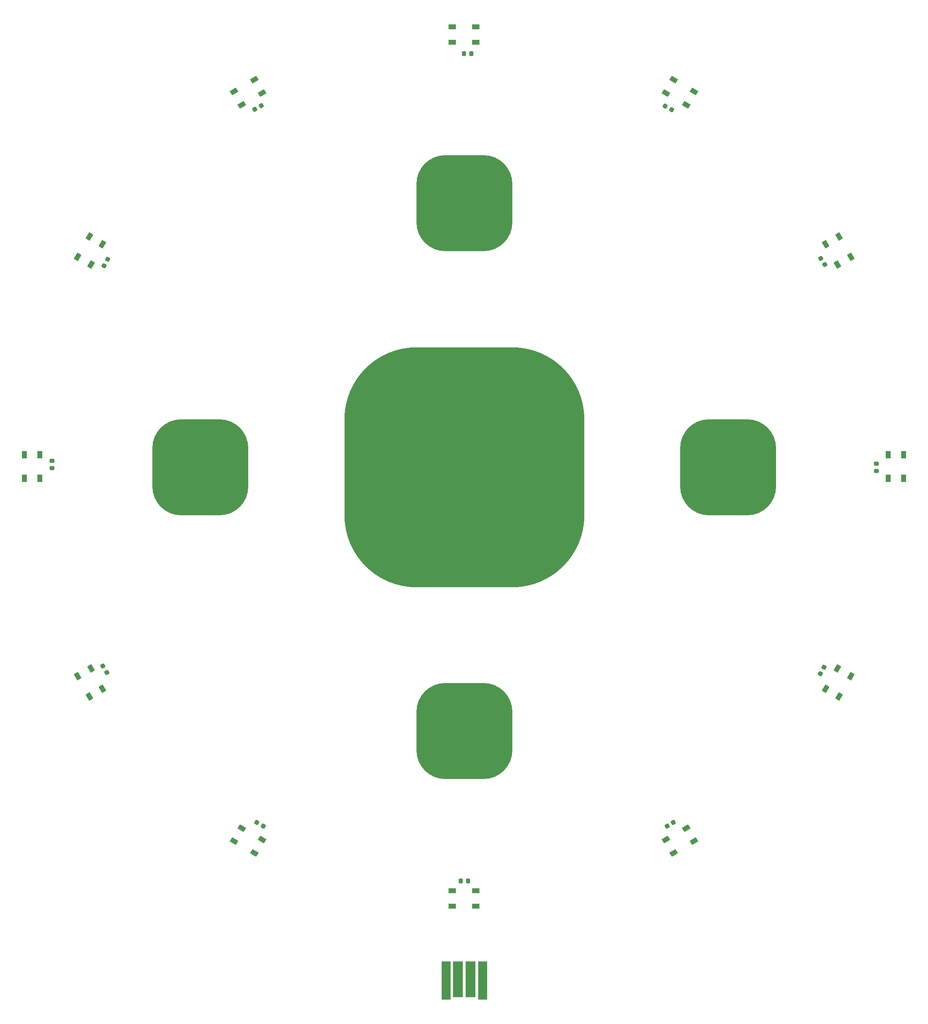
<source format=gtp>
G04 #@! TF.GenerationSoftware,KiCad,Pcbnew,6.0.11-2627ca5db0~126~ubuntu20.04.1*
G04 #@! TF.CreationDate,2023-02-06T10:07:33+01:00*
G04 #@! TF.ProjectId,Semafor,53656d61-666f-4722-9e6b-696361645f70,rev?*
G04 #@! TF.SameCoordinates,Original*
G04 #@! TF.FileFunction,Paste,Top*
G04 #@! TF.FilePolarity,Positive*
%FSLAX46Y46*%
G04 Gerber Fmt 4.6, Leading zero omitted, Abs format (unit mm)*
G04 Created by KiCad (PCBNEW 6.0.11-2627ca5db0~126~ubuntu20.04.1) date 2023-02-06 10:07:33*
%MOMM*%
%LPD*%
G01*
G04 APERTURE LIST*
G04 Aperture macros list*
%AMRoundRect*
0 Rectangle with rounded corners*
0 $1 Rounding radius*
0 $2 $3 $4 $5 $6 $7 $8 $9 X,Y pos of 4 corners*
0 Add a 4 corners polygon primitive as box body*
4,1,4,$2,$3,$4,$5,$6,$7,$8,$9,$2,$3,0*
0 Add four circle primitives for the rounded corners*
1,1,$1+$1,$2,$3*
1,1,$1+$1,$4,$5*
1,1,$1+$1,$6,$7*
1,1,$1+$1,$8,$9*
0 Add four rect primitives between the rounded corners*
20,1,$1+$1,$2,$3,$4,$5,0*
20,1,$1+$1,$4,$5,$6,$7,0*
20,1,$1+$1,$6,$7,$8,$9,0*
20,1,$1+$1,$8,$9,$2,$3,0*%
%AMRotRect*
0 Rectangle, with rotation*
0 The origin of the aperture is its center*
0 $1 length*
0 $2 width*
0 $3 Rotation angle, in degrees counterclockwise*
0 Add horizontal line*
21,1,$1,$2,0,0,$3*%
G04 Aperture macros list end*
%ADD10RoundRect,6.000000X-4.000000X-4.000000X4.000000X-4.000000X4.000000X4.000000X-4.000000X4.000000X0*%
%ADD11RotRect,1.500000X1.000000X60.000000*%
%ADD12R,1.000000X1.500000*%
%ADD13R,1.900000X8.000000*%
%ADD14R,2.000000X7.500000*%
%ADD15RoundRect,0.225000X-0.225000X-0.250000X0.225000X-0.250000X0.225000X0.250000X-0.225000X0.250000X0*%
%ADD16RoundRect,0.225000X0.104006X-0.319856X0.329006X0.069856X-0.104006X0.319856X-0.329006X-0.069856X0*%
%ADD17RoundRect,0.225000X-0.319856X-0.104006X0.069856X-0.329006X0.319856X0.104006X-0.069856X0.329006X0*%
%ADD18RoundRect,0.225000X-0.250000X0.225000X-0.250000X-0.225000X0.250000X-0.225000X0.250000X0.225000X0*%
%ADD19R,1.500000X1.000000*%
%ADD20RoundRect,0.225000X-0.329006X0.069856X-0.104006X-0.319856X0.329006X-0.069856X0.104006X0.319856X0*%
%ADD21RoundRect,0.225000X-0.069856X-0.329006X0.319856X-0.104006X0.069856X0.329006X-0.319856X0.104006X0*%
%ADD22RoundRect,15.000000X-10.000000X-10.000000X10.000000X-10.000000X10.000000X10.000000X-10.000000X10.000000X0*%
%ADD23RotRect,1.500000X1.000000X120.000000*%
%ADD24RotRect,1.500000X1.000000X300.000000*%
%ADD25RotRect,1.500000X1.000000X30.000000*%
%ADD26RoundRect,0.225000X0.319856X0.104006X-0.069856X0.329006X-0.319856X-0.104006X0.069856X-0.329006X0*%
%ADD27RoundRect,0.225000X0.250000X-0.225000X0.250000X0.225000X-0.250000X0.225000X-0.250000X-0.225000X0*%
%ADD28RoundRect,0.225000X0.225000X0.250000X-0.225000X0.250000X-0.225000X-0.250000X0.225000X-0.250000X0*%
%ADD29RotRect,1.500000X1.000000X240.000000*%
%ADD30RotRect,1.500000X1.000000X150.000000*%
%ADD31RoundRect,0.225000X-0.104006X0.319856X-0.329006X-0.069856X0.104006X-0.319856X0.329006X0.069856X0*%
%ADD32RotRect,1.500000X1.000000X210.000000*%
%ADD33RoundRect,0.225000X0.069856X0.329006X-0.319856X0.104006X-0.069856X-0.329006X0.319856X-0.104006X0*%
%ADD34RoundRect,0.225000X0.329006X-0.069856X0.104006X0.319856X-0.329006X0.069856X-0.104006X-0.319856X0*%
%ADD35RotRect,1.500000X1.000000X330.000000*%
G04 APERTURE END LIST*
D10*
G04 #@! TO.C,BTN3_DOWN1*
X-100000000Y45000000D03*
G04 #@! TD*
D11*
G04 #@! TO.C,D5*
X-24718354Y53828239D03*
X-21947072Y52228239D03*
X-19497072Y56471763D03*
X-22268354Y58071763D03*
G04 #@! TD*
D12*
G04 #@! TO.C,D4*
X-11650000Y97700000D03*
X-8450000Y97700000D03*
X-8450000Y102600000D03*
X-11650000Y102600000D03*
G04 #@! TD*
G04 #@! TO.C,D10*
X-188450000Y102600000D03*
X-191650000Y102600000D03*
X-191650000Y97700000D03*
X-188450000Y97700000D03*
G04 #@! TD*
D13*
G04 #@! TO.C,J2*
X-96190000Y-6950000D03*
D14*
X-98700000Y-6700000D03*
X-101300000Y-6700000D03*
D13*
X-103810000Y-6950000D03*
G04 #@! TD*
D15*
G04 #@! TO.C,C24*
X-100775000Y13800000D03*
X-99225000Y13800000D03*
G04 #@! TD*
D16*
G04 #@! TO.C,C20*
X-25787500Y56978830D03*
X-25012500Y58321170D03*
G04 #@! TD*
D17*
G04 #@! TO.C,C21*
X-143271170Y25987500D03*
X-141928830Y25212500D03*
G04 #@! TD*
D18*
G04 #@! TO.C,C17*
X-185950000Y101325000D03*
X-185950000Y99775000D03*
G04 #@! TD*
D19*
G04 #@! TO.C,D7*
X-102500000Y11750000D03*
X-102500000Y8550000D03*
X-97600000Y8550000D03*
X-97600000Y11750000D03*
G04 #@! TD*
D20*
G04 #@! TO.C,C18*
X-175300000Y58550000D03*
X-174525000Y57207660D03*
G04 #@! TD*
D21*
G04 #@! TO.C,C11*
X-57771170Y25212500D03*
X-56428830Y25987500D03*
G04 #@! TD*
D22*
G04 #@! TO.C,BTN1_ENTER1*
X-100000000Y100000000D03*
G04 #@! TD*
D19*
G04 #@! TO.C,D1*
X-97600000Y188550000D03*
X-97600000Y191750000D03*
X-102500000Y191750000D03*
X-102500000Y188550000D03*
G04 #@! TD*
D23*
G04 #@! TO.C,D3*
X-22268354Y142228238D03*
X-19497072Y143828238D03*
X-21947072Y148071762D03*
X-24718354Y146471762D03*
G04 #@! TD*
D24*
G04 #@! TO.C,D9*
X-177831645Y58071762D03*
X-180602927Y56471762D03*
X-178152927Y52228238D03*
X-175381645Y53828238D03*
G04 #@! TD*
D25*
G04 #@! TO.C,D6*
X-57971762Y22368355D03*
X-56371762Y19597073D03*
X-52128238Y22047073D03*
X-53728238Y24818355D03*
G04 #@! TD*
D26*
G04 #@! TO.C,C16*
X-56828830Y174462500D03*
X-58171170Y175237500D03*
G04 #@! TD*
D27*
G04 #@! TO.C,C22*
X-14150000Y99175000D03*
X-14150000Y100725000D03*
G04 #@! TD*
D28*
G04 #@! TO.C,C23*
X-98525000Y186150000D03*
X-100075000Y186150000D03*
G04 #@! TD*
D29*
G04 #@! TO.C,D11*
X-175381645Y146471762D03*
X-178152927Y148071762D03*
X-180602927Y143828238D03*
X-177831645Y142228238D03*
G04 #@! TD*
D30*
G04 #@! TO.C,D2*
X-53728238Y175481646D03*
X-52128238Y178252928D03*
X-56371762Y180702928D03*
X-57971762Y177931646D03*
G04 #@! TD*
D10*
G04 #@! TO.C,BTN5_LEFT1*
X-155000000Y100000000D03*
G04 #@! TD*
D31*
G04 #@! TO.C,C19*
X-174337500Y143271170D03*
X-175112500Y141928830D03*
G04 #@! TD*
D10*
G04 #@! TO.C,BTN2_UP1*
X-100000000Y155000000D03*
G04 #@! TD*
G04 #@! TO.C,BTN4_RIGHT1*
X-45000000Y100000000D03*
G04 #@! TD*
D32*
G04 #@! TO.C,D12*
X-142128238Y177931646D03*
X-143728238Y180702928D03*
X-147971762Y178252928D03*
X-146371762Y175481646D03*
G04 #@! TD*
D33*
G04 #@! TO.C,C12*
X-142328830Y175287500D03*
X-143671170Y174512500D03*
G04 #@! TD*
D34*
G04 #@! TO.C,C15*
X-24912500Y142178830D03*
X-25687500Y143521170D03*
G04 #@! TD*
D35*
G04 #@! TO.C,D8*
X-146371762Y24818355D03*
X-147971762Y22047073D03*
X-143728238Y19597073D03*
X-142128238Y22368355D03*
G04 #@! TD*
M02*

</source>
